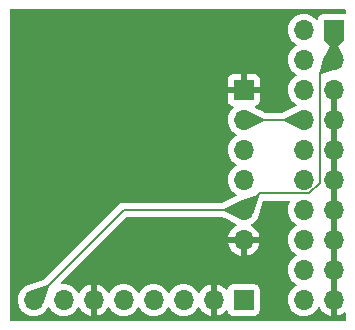
<source format=gbl>
G04 #@! TF.GenerationSoftware,KiCad,Pcbnew,8.0.4*
G04 #@! TF.CreationDate,2024-08-09T15:13:23+02:00*
G04 #@! TF.ProjectId,acorn-userport-microsd-adapter,61636f72-6e2d-4757-9365-72706f72742d,rev?*
G04 #@! TF.SameCoordinates,Original*
G04 #@! TF.FileFunction,Copper,L2,Bot*
G04 #@! TF.FilePolarity,Positive*
%FSLAX46Y46*%
G04 Gerber Fmt 4.6, Leading zero omitted, Abs format (unit mm)*
G04 Created by KiCad (PCBNEW 8.0.4) date 2024-08-09 15:13:23*
%MOMM*%
%LPD*%
G01*
G04 APERTURE LIST*
G04 #@! TA.AperFunction,ComponentPad*
%ADD10R,1.700000X1.700000*%
G04 #@! TD*
G04 #@! TA.AperFunction,ComponentPad*
%ADD11O,1.700000X1.700000*%
G04 #@! TD*
G04 #@! TA.AperFunction,Conductor*
%ADD12C,0.200000*%
G04 #@! TD*
G04 APERTURE END LIST*
D10*
X152400000Y-50800000D03*
D11*
X149860000Y-50800000D03*
X152400000Y-53340000D03*
X149860000Y-53340000D03*
X152400000Y-55880000D03*
X149860000Y-55880000D03*
X152400000Y-58420000D03*
X149860000Y-58420000D03*
X152400000Y-60960000D03*
X149860000Y-60960000D03*
X152400000Y-63500000D03*
X149860000Y-63500000D03*
X152400000Y-66040000D03*
X149860000Y-66040000D03*
X152400000Y-68580000D03*
X149860000Y-68580000D03*
X152400000Y-71120000D03*
X149860000Y-71120000D03*
X152400000Y-73660000D03*
X149860000Y-73660000D03*
D10*
X144780000Y-55880000D03*
D11*
X144780000Y-58420000D03*
X144780000Y-60960000D03*
X144780000Y-63500000D03*
X144780000Y-66040000D03*
X144780000Y-68580000D03*
D10*
X144765000Y-73660000D03*
D11*
X142225000Y-73660000D03*
X139685000Y-73660000D03*
X137145000Y-73660000D03*
X134605000Y-73660000D03*
X132065000Y-73660000D03*
X129525000Y-73660000D03*
X126985000Y-73660000D03*
D12*
X144780000Y-58420000D02*
X149860000Y-58420000D01*
X146170000Y-64650000D02*
X144780000Y-66040000D01*
X150336346Y-64650000D02*
X146170000Y-64650000D01*
X151250000Y-54490000D02*
X151250000Y-63736346D01*
X151250000Y-63736346D02*
X150336346Y-64650000D01*
X152400000Y-53340000D02*
X151250000Y-54490000D01*
X152400000Y-50800000D02*
X152400000Y-53340000D01*
X134605000Y-66040000D02*
X144780000Y-66040000D01*
X126985000Y-73660000D02*
X134605000Y-66040000D01*
G04 #@! TA.AperFunction,Conductor*
G36*
X153382691Y-49033407D02*
G01*
X153418655Y-49082907D01*
X153423500Y-49113500D01*
X153423500Y-49352792D01*
X153404593Y-49410983D01*
X153355093Y-49446947D01*
X153313919Y-49451225D01*
X153306307Y-49450406D01*
X153297873Y-49449500D01*
X153297871Y-49449500D01*
X151502133Y-49449500D01*
X151502129Y-49449500D01*
X151502128Y-49449501D01*
X151494949Y-49450272D01*
X151442519Y-49455908D01*
X151442514Y-49455909D01*
X151307670Y-49506202D01*
X151192458Y-49592450D01*
X151192450Y-49592458D01*
X151106202Y-49707670D01*
X151055910Y-49842511D01*
X151055906Y-49842528D01*
X151054389Y-49856641D01*
X151029367Y-49912476D01*
X150976305Y-49942940D01*
X150915471Y-49936397D01*
X150885956Y-49916060D01*
X150731401Y-49761505D01*
X150731397Y-49761502D01*
X150731396Y-49761501D01*
X150624007Y-49686307D01*
X150537830Y-49625965D01*
X150323663Y-49526097D01*
X150095408Y-49464937D01*
X150095407Y-49464936D01*
X150095400Y-49464935D01*
X149860004Y-49444341D01*
X149859996Y-49444341D01*
X149624599Y-49464935D01*
X149396332Y-49526098D01*
X149182181Y-49625959D01*
X149182173Y-49625963D01*
X148988603Y-49761501D01*
X148821501Y-49928603D01*
X148685963Y-50122173D01*
X148685959Y-50122181D01*
X148586098Y-50336332D01*
X148524935Y-50564599D01*
X148504341Y-50799995D01*
X148504341Y-50800004D01*
X148524935Y-51035400D01*
X148586097Y-51263662D01*
X148685964Y-51477828D01*
X148817536Y-51665734D01*
X148821505Y-51671401D01*
X148988599Y-51838495D01*
X149182170Y-51974035D01*
X149195552Y-51980275D01*
X149240300Y-52022003D01*
X149251975Y-52082064D01*
X149226117Y-52137517D01*
X149195554Y-52159724D01*
X149182173Y-52165963D01*
X148988603Y-52301501D01*
X148821501Y-52468603D01*
X148685963Y-52662173D01*
X148685959Y-52662181D01*
X148586098Y-52876332D01*
X148524935Y-53104599D01*
X148504341Y-53339995D01*
X148504341Y-53340004D01*
X148524935Y-53575400D01*
X148524936Y-53575407D01*
X148524937Y-53575408D01*
X148586097Y-53803663D01*
X148685965Y-54017830D01*
X148821505Y-54211401D01*
X148988599Y-54378495D01*
X148988602Y-54378497D01*
X148988603Y-54378498D01*
X148995184Y-54383106D01*
X149182170Y-54514035D01*
X149195552Y-54520275D01*
X149240300Y-54562003D01*
X149251975Y-54622064D01*
X149226117Y-54677517D01*
X149195554Y-54699724D01*
X149182173Y-54705963D01*
X148988603Y-54841501D01*
X148821501Y-55008603D01*
X148685963Y-55202173D01*
X148685959Y-55202181D01*
X148586098Y-55416332D01*
X148524935Y-55644599D01*
X148504341Y-55879995D01*
X148504341Y-55880004D01*
X148524935Y-56115400D01*
X148524936Y-56115407D01*
X148524937Y-56115408D01*
X148586097Y-56343663D01*
X148685965Y-56557830D01*
X148821505Y-56751401D01*
X148988599Y-56918495D01*
X148988602Y-56918497D01*
X148988603Y-56918498D01*
X149031468Y-56948512D01*
X149182170Y-57054035D01*
X149194707Y-57059881D01*
X149239455Y-57101609D01*
X149251130Y-57161671D01*
X149225272Y-57217124D01*
X149197036Y-57238207D01*
X148051817Y-57809101D01*
X148007649Y-57819500D01*
X146632349Y-57819500D01*
X146588181Y-57809101D01*
X146453938Y-57742181D01*
X145756208Y-57394362D01*
X145712565Y-57351480D01*
X145702462Y-57291134D01*
X145729760Y-57236376D01*
X145765780Y-57213002D01*
X145872092Y-57173351D01*
X145987184Y-57087192D01*
X145987192Y-57087184D01*
X146073352Y-56972090D01*
X146073353Y-56972088D01*
X146123596Y-56837381D01*
X146123598Y-56837370D01*
X146130000Y-56777824D01*
X146130000Y-56130001D01*
X146129999Y-56130000D01*
X145213012Y-56130000D01*
X145245925Y-56072993D01*
X145280000Y-55945826D01*
X145280000Y-55814174D01*
X145245925Y-55687007D01*
X145213012Y-55630000D01*
X146129999Y-55630000D01*
X146130000Y-55629999D01*
X146130000Y-54982175D01*
X146123598Y-54922629D01*
X146123596Y-54922618D01*
X146073353Y-54787911D01*
X146073352Y-54787909D01*
X145987192Y-54672815D01*
X145987184Y-54672807D01*
X145872090Y-54586647D01*
X145872088Y-54586646D01*
X145737381Y-54536403D01*
X145737370Y-54536401D01*
X145677824Y-54530000D01*
X145030001Y-54530000D01*
X145030000Y-54530001D01*
X145030000Y-55446988D01*
X144972993Y-55414075D01*
X144845826Y-55380000D01*
X144714174Y-55380000D01*
X144587007Y-55414075D01*
X144530000Y-55446988D01*
X144530000Y-54530001D01*
X144529999Y-54530000D01*
X143882176Y-54530000D01*
X143822629Y-54536401D01*
X143822618Y-54536403D01*
X143687911Y-54586646D01*
X143687909Y-54586647D01*
X143572815Y-54672807D01*
X143572807Y-54672815D01*
X143486647Y-54787909D01*
X143486646Y-54787911D01*
X143436403Y-54922618D01*
X143436401Y-54922629D01*
X143430000Y-54982175D01*
X143430000Y-55629999D01*
X143430001Y-55630000D01*
X144346988Y-55630000D01*
X144314075Y-55687007D01*
X144280000Y-55814174D01*
X144280000Y-55945826D01*
X144314075Y-56072993D01*
X144346988Y-56130000D01*
X143430001Y-56130000D01*
X143430000Y-56130001D01*
X143430000Y-56777824D01*
X143429999Y-56777824D01*
X143436401Y-56837370D01*
X143436403Y-56837381D01*
X143486646Y-56972088D01*
X143486647Y-56972090D01*
X143572807Y-57087184D01*
X143572815Y-57087192D01*
X143687909Y-57173352D01*
X143687911Y-57173353D01*
X143822618Y-57223596D01*
X143822630Y-57223598D01*
X143837090Y-57225153D01*
X143892927Y-57250171D01*
X143923395Y-57303231D01*
X143916856Y-57364066D01*
X143896514Y-57393589D01*
X143741505Y-57548598D01*
X143741502Y-57548602D01*
X143605963Y-57742173D01*
X143605959Y-57742181D01*
X143506098Y-57956332D01*
X143444935Y-58184599D01*
X143424341Y-58419995D01*
X143424341Y-58420004D01*
X143444935Y-58655400D01*
X143444936Y-58655407D01*
X143444937Y-58655408D01*
X143506097Y-58883663D01*
X143605965Y-59097830D01*
X143741505Y-59291401D01*
X143908599Y-59458495D01*
X143908602Y-59458497D01*
X143908603Y-59458498D01*
X143951468Y-59488512D01*
X144102170Y-59594035D01*
X144115552Y-59600275D01*
X144160300Y-59642003D01*
X144171975Y-59702064D01*
X144146117Y-59757517D01*
X144115554Y-59779724D01*
X144102173Y-59785963D01*
X143908603Y-59921501D01*
X143741501Y-60088603D01*
X143605963Y-60282173D01*
X143605959Y-60282181D01*
X143506098Y-60496332D01*
X143444935Y-60724599D01*
X143424341Y-60959995D01*
X143424341Y-60960004D01*
X143444935Y-61195400D01*
X143444936Y-61195407D01*
X143444937Y-61195408D01*
X143506097Y-61423663D01*
X143605965Y-61637830D01*
X143741505Y-61831401D01*
X143908599Y-61998495D01*
X143908602Y-61998497D01*
X143908603Y-61998498D01*
X143951468Y-62028512D01*
X144102170Y-62134035D01*
X144115552Y-62140275D01*
X144160300Y-62182003D01*
X144171975Y-62242064D01*
X144146117Y-62297517D01*
X144115554Y-62319724D01*
X144102173Y-62325963D01*
X143908603Y-62461501D01*
X143741501Y-62628603D01*
X143605963Y-62822173D01*
X143605959Y-62822181D01*
X143506098Y-63036332D01*
X143444935Y-63264599D01*
X143424341Y-63499995D01*
X143424341Y-63500004D01*
X143444935Y-63735400D01*
X143444936Y-63735407D01*
X143444937Y-63735408D01*
X143506097Y-63963663D01*
X143605965Y-64177830D01*
X143741505Y-64371401D01*
X143908599Y-64538495D01*
X143908602Y-64538497D01*
X143908603Y-64538498D01*
X143951468Y-64568512D01*
X144102170Y-64674035D01*
X144114707Y-64679881D01*
X144159455Y-64721609D01*
X144171130Y-64781671D01*
X144145272Y-64837124D01*
X144117036Y-64858207D01*
X143293184Y-65268899D01*
X143016738Y-65406708D01*
X142971817Y-65429101D01*
X142927649Y-65439500D01*
X134525942Y-65439500D01*
X134485018Y-65450465D01*
X134485017Y-65450464D01*
X134373219Y-65480421D01*
X134373218Y-65480421D01*
X134236281Y-65559482D01*
X134124479Y-65671283D01*
X134124480Y-65671284D01*
X134124478Y-65671286D01*
X127870190Y-71925573D01*
X127831605Y-71949451D01*
X126552065Y-72377671D01*
X126546271Y-72379415D01*
X126521341Y-72386095D01*
X126521336Y-72386097D01*
X126510799Y-72391010D01*
X126502062Y-72394587D01*
X126494122Y-72397403D01*
X126493453Y-72397654D01*
X126493437Y-72397660D01*
X126493428Y-72397664D01*
X126493417Y-72397668D01*
X126493417Y-72397669D01*
X126429081Y-72427069D01*
X126424548Y-72429757D01*
X126424502Y-72429679D01*
X126412555Y-72436822D01*
X126386949Y-72448762D01*
X126307171Y-72485965D01*
X126307168Y-72485966D01*
X126307166Y-72485968D01*
X126113603Y-72621501D01*
X125946501Y-72788603D01*
X125810963Y-72982173D01*
X125810959Y-72982181D01*
X125711098Y-73196332D01*
X125649935Y-73424599D01*
X125629341Y-73659995D01*
X125629341Y-73660004D01*
X125649935Y-73895400D01*
X125649936Y-73895407D01*
X125649937Y-73895408D01*
X125711097Y-74123663D01*
X125790194Y-74293286D01*
X125810964Y-74337828D01*
X125935387Y-74515524D01*
X125946505Y-74531401D01*
X126113599Y-74698495D01*
X126113602Y-74698497D01*
X126113603Y-74698498D01*
X126156468Y-74728512D01*
X126307170Y-74834035D01*
X126521337Y-74933903D01*
X126749592Y-74995063D01*
X126749596Y-74995063D01*
X126749599Y-74995064D01*
X126984996Y-75015659D01*
X126985000Y-75015659D01*
X126985004Y-75015659D01*
X127220400Y-74995064D01*
X127220401Y-74995063D01*
X127220408Y-74995063D01*
X127448663Y-74933903D01*
X127662830Y-74834035D01*
X127856401Y-74698495D01*
X128023495Y-74531401D01*
X128159035Y-74337830D01*
X128165275Y-74324447D01*
X128207003Y-74279700D01*
X128267064Y-74268025D01*
X128322517Y-74293883D01*
X128344725Y-74324448D01*
X128350964Y-74337828D01*
X128475387Y-74515524D01*
X128486505Y-74531401D01*
X128653599Y-74698495D01*
X128653602Y-74698497D01*
X128653603Y-74698498D01*
X128696468Y-74728512D01*
X128847170Y-74834035D01*
X129061337Y-74933903D01*
X129289592Y-74995063D01*
X129289596Y-74995063D01*
X129289599Y-74995064D01*
X129524996Y-75015659D01*
X129525000Y-75015659D01*
X129525004Y-75015659D01*
X129760400Y-74995064D01*
X129760401Y-74995063D01*
X129760408Y-74995063D01*
X129988663Y-74933903D01*
X130202830Y-74834035D01*
X130396401Y-74698495D01*
X130563495Y-74531401D01*
X130699035Y-74337830D01*
X130705275Y-74324448D01*
X130705551Y-74323857D01*
X130747279Y-74279108D01*
X130807340Y-74267433D01*
X130862793Y-74293290D01*
X130885001Y-74323856D01*
X130891399Y-74337577D01*
X131026886Y-74531073D01*
X131193926Y-74698113D01*
X131387422Y-74833600D01*
X131601509Y-74933430D01*
X131815000Y-74990634D01*
X131815000Y-74093012D01*
X131872007Y-74125925D01*
X131999174Y-74160000D01*
X132130826Y-74160000D01*
X132257993Y-74125925D01*
X132315000Y-74093012D01*
X132315000Y-74990634D01*
X132528490Y-74933430D01*
X132742577Y-74833600D01*
X132936073Y-74698113D01*
X133103113Y-74531073D01*
X133238599Y-74337579D01*
X133238600Y-74337577D01*
X133244996Y-74323860D01*
X133286722Y-74279109D01*
X133346783Y-74267431D01*
X133402237Y-74293286D01*
X133424447Y-74323853D01*
X133430963Y-74337827D01*
X133555387Y-74515524D01*
X133566505Y-74531401D01*
X133733599Y-74698495D01*
X133733602Y-74698497D01*
X133733603Y-74698498D01*
X133776468Y-74728512D01*
X133927170Y-74834035D01*
X134141337Y-74933903D01*
X134369592Y-74995063D01*
X134369596Y-74995063D01*
X134369599Y-74995064D01*
X134604996Y-75015659D01*
X134605000Y-75015659D01*
X134605004Y-75015659D01*
X134840400Y-74995064D01*
X134840401Y-74995063D01*
X134840408Y-74995063D01*
X135068663Y-74933903D01*
X135282830Y-74834035D01*
X135476401Y-74698495D01*
X135643495Y-74531401D01*
X135779035Y-74337830D01*
X135785275Y-74324447D01*
X135827003Y-74279700D01*
X135887064Y-74268025D01*
X135942517Y-74293883D01*
X135964725Y-74324448D01*
X135970964Y-74337828D01*
X136095387Y-74515524D01*
X136106505Y-74531401D01*
X136273599Y-74698495D01*
X136273602Y-74698497D01*
X136273603Y-74698498D01*
X136316468Y-74728512D01*
X136467170Y-74834035D01*
X136681337Y-74933903D01*
X136909592Y-74995063D01*
X136909596Y-74995063D01*
X136909599Y-74995064D01*
X137144996Y-75015659D01*
X137145000Y-75015659D01*
X137145004Y-75015659D01*
X137380400Y-74995064D01*
X137380401Y-74995063D01*
X137380408Y-74995063D01*
X137608663Y-74933903D01*
X137822830Y-74834035D01*
X138016401Y-74698495D01*
X138183495Y-74531401D01*
X138319035Y-74337830D01*
X138325275Y-74324447D01*
X138367003Y-74279700D01*
X138427064Y-74268025D01*
X138482517Y-74293883D01*
X138504725Y-74324448D01*
X138510964Y-74337828D01*
X138635387Y-74515524D01*
X138646505Y-74531401D01*
X138813599Y-74698495D01*
X138813602Y-74698497D01*
X138813603Y-74698498D01*
X138856468Y-74728512D01*
X139007170Y-74834035D01*
X139221337Y-74933903D01*
X139449592Y-74995063D01*
X139449596Y-74995063D01*
X139449599Y-74995064D01*
X139684996Y-75015659D01*
X139685000Y-75015659D01*
X139685004Y-75015659D01*
X139920400Y-74995064D01*
X139920401Y-74995063D01*
X139920408Y-74995063D01*
X140148663Y-74933903D01*
X140362830Y-74834035D01*
X140556401Y-74698495D01*
X140723495Y-74531401D01*
X140859035Y-74337830D01*
X140865275Y-74324448D01*
X140865551Y-74323857D01*
X140907279Y-74279108D01*
X140967340Y-74267433D01*
X141022793Y-74293290D01*
X141045001Y-74323856D01*
X141051399Y-74337577D01*
X141186886Y-74531073D01*
X141353926Y-74698113D01*
X141547422Y-74833600D01*
X141761509Y-74933430D01*
X141975000Y-74990634D01*
X141975000Y-74093012D01*
X142032007Y-74125925D01*
X142159174Y-74160000D01*
X142290826Y-74160000D01*
X142417993Y-74125925D01*
X142475000Y-74093012D01*
X142475000Y-74990634D01*
X142688490Y-74933430D01*
X142902577Y-74833600D01*
X143096074Y-74698112D01*
X143096077Y-74698109D01*
X143250885Y-74543302D01*
X143305402Y-74515524D01*
X143365834Y-74525095D01*
X143409099Y-74568360D01*
X143419322Y-74602722D01*
X143420908Y-74617481D01*
X143420909Y-74617485D01*
X143471202Y-74752329D01*
X143557450Y-74867541D01*
X143557454Y-74867546D01*
X143557457Y-74867548D01*
X143557458Y-74867549D01*
X143672670Y-74953797D01*
X143807511Y-75004089D01*
X143807512Y-75004089D01*
X143807517Y-75004091D01*
X143867127Y-75010500D01*
X145662872Y-75010499D01*
X145722483Y-75004091D01*
X145789907Y-74978943D01*
X145857329Y-74953797D01*
X145857329Y-74953796D01*
X145857331Y-74953796D01*
X145972546Y-74867546D01*
X146058796Y-74752331D01*
X146079020Y-74698109D01*
X146109089Y-74617488D01*
X146109090Y-74617485D01*
X146109091Y-74617483D01*
X146115500Y-74557873D01*
X146115499Y-72762128D01*
X146109091Y-72702517D01*
X146109089Y-72702511D01*
X146058797Y-72567670D01*
X145972549Y-72452458D01*
X145972548Y-72452457D01*
X145972546Y-72452454D01*
X145953234Y-72437997D01*
X145857329Y-72366202D01*
X145722488Y-72315910D01*
X145722483Y-72315909D01*
X145722481Y-72315908D01*
X145722477Y-72315908D01*
X145691249Y-72312550D01*
X145662873Y-72309500D01*
X145662870Y-72309500D01*
X143867133Y-72309500D01*
X143867129Y-72309500D01*
X143867128Y-72309501D01*
X143859949Y-72310272D01*
X143807519Y-72315908D01*
X143807514Y-72315909D01*
X143672670Y-72366202D01*
X143557458Y-72452450D01*
X143557450Y-72452458D01*
X143471202Y-72567670D01*
X143420910Y-72702511D01*
X143420908Y-72702522D01*
X143419322Y-72717277D01*
X143394302Y-72773113D01*
X143341241Y-72803580D01*
X143280406Y-72797039D01*
X143250885Y-72776698D01*
X143096073Y-72621886D01*
X142902577Y-72486399D01*
X142688489Y-72386569D01*
X142475000Y-72329364D01*
X142475000Y-73226988D01*
X142417993Y-73194075D01*
X142290826Y-73160000D01*
X142159174Y-73160000D01*
X142032007Y-73194075D01*
X141975000Y-73226988D01*
X141975000Y-72329364D01*
X141761505Y-72386570D01*
X141547432Y-72486394D01*
X141547424Y-72486398D01*
X141353926Y-72621886D01*
X141186886Y-72788926D01*
X141051398Y-72982424D01*
X141045000Y-72996146D01*
X141003271Y-73040893D01*
X140943209Y-73052567D01*
X140887757Y-73026708D01*
X140865552Y-72996145D01*
X140859038Y-72982177D01*
X140859036Y-72982173D01*
X140723498Y-72788603D01*
X140723497Y-72788602D01*
X140723495Y-72788599D01*
X140556401Y-72621505D01*
X140556397Y-72621502D01*
X140556396Y-72621501D01*
X140449007Y-72546307D01*
X140362830Y-72485965D01*
X140148663Y-72386097D01*
X139920408Y-72324937D01*
X139920407Y-72324936D01*
X139920400Y-72324935D01*
X139685004Y-72304341D01*
X139684996Y-72304341D01*
X139449599Y-72324935D01*
X139221332Y-72386098D01*
X139007181Y-72485959D01*
X139007173Y-72485963D01*
X138813603Y-72621501D01*
X138646501Y-72788603D01*
X138510963Y-72982173D01*
X138504724Y-72995554D01*
X138462995Y-73040301D01*
X138402933Y-73051975D01*
X138347481Y-73026116D01*
X138325276Y-72995554D01*
X138319036Y-72982173D01*
X138183498Y-72788603D01*
X138183497Y-72788602D01*
X138183495Y-72788599D01*
X138016401Y-72621505D01*
X138016397Y-72621502D01*
X138016396Y-72621501D01*
X137909007Y-72546307D01*
X137822830Y-72485965D01*
X137608663Y-72386097D01*
X137380408Y-72324937D01*
X137380407Y-72324936D01*
X137380400Y-72324935D01*
X137145004Y-72304341D01*
X137144996Y-72304341D01*
X136909599Y-72324935D01*
X136681332Y-72386098D01*
X136467181Y-72485959D01*
X136467173Y-72485963D01*
X136273603Y-72621501D01*
X136106501Y-72788603D01*
X135970963Y-72982173D01*
X135964724Y-72995554D01*
X135922995Y-73040301D01*
X135862933Y-73051975D01*
X135807481Y-73026116D01*
X135785276Y-72995554D01*
X135779036Y-72982173D01*
X135643498Y-72788603D01*
X135643497Y-72788602D01*
X135643495Y-72788599D01*
X135476401Y-72621505D01*
X135476397Y-72621502D01*
X135476396Y-72621501D01*
X135369007Y-72546307D01*
X135282830Y-72485965D01*
X135068663Y-72386097D01*
X134840408Y-72324937D01*
X134840407Y-72324936D01*
X134840400Y-72324935D01*
X134605004Y-72304341D01*
X134604996Y-72304341D01*
X134369599Y-72324935D01*
X134141332Y-72386098D01*
X133927181Y-72485959D01*
X133927173Y-72485963D01*
X133733603Y-72621501D01*
X133566501Y-72788603D01*
X133430963Y-72982173D01*
X133430962Y-72982176D01*
X133424445Y-72996150D01*
X133382714Y-73040895D01*
X133322652Y-73052566D01*
X133267201Y-73026705D01*
X133244997Y-72996141D01*
X133238601Y-72982425D01*
X133238601Y-72982424D01*
X133103113Y-72788926D01*
X132936073Y-72621886D01*
X132742577Y-72486399D01*
X132528489Y-72386569D01*
X132315000Y-72329364D01*
X132315000Y-73226988D01*
X132257993Y-73194075D01*
X132130826Y-73160000D01*
X131999174Y-73160000D01*
X131872007Y-73194075D01*
X131815000Y-73226988D01*
X131815000Y-72329364D01*
X131601505Y-72386570D01*
X131387432Y-72486394D01*
X131387424Y-72486398D01*
X131193926Y-72621886D01*
X131026886Y-72788926D01*
X130891398Y-72982424D01*
X130885000Y-72996146D01*
X130843271Y-73040893D01*
X130783209Y-73052567D01*
X130727757Y-73026708D01*
X130705552Y-72996145D01*
X130699038Y-72982177D01*
X130699036Y-72982173D01*
X130563498Y-72788603D01*
X130563497Y-72788602D01*
X130563495Y-72788599D01*
X130396401Y-72621505D01*
X130396397Y-72621502D01*
X130396396Y-72621501D01*
X130289007Y-72546307D01*
X130202830Y-72485965D01*
X129988663Y-72386097D01*
X129760408Y-72324937D01*
X129760407Y-72324936D01*
X129760400Y-72324935D01*
X129525004Y-72304341D01*
X129524996Y-72304341D01*
X129428729Y-72312763D01*
X129369112Y-72298999D01*
X129328971Y-72252822D01*
X129323638Y-72191870D01*
X129350095Y-72144138D01*
X134824739Y-66669496D01*
X134879256Y-66641719D01*
X134894743Y-66640500D01*
X142927651Y-66640500D01*
X142971818Y-66650898D01*
X143323759Y-66826341D01*
X144117610Y-67222077D01*
X144161253Y-67264959D01*
X144171356Y-67325305D01*
X144144058Y-67380063D01*
X144115285Y-67400401D01*
X144102425Y-67406397D01*
X144102424Y-67406398D01*
X143908926Y-67541886D01*
X143741886Y-67708926D01*
X143606398Y-67902424D01*
X143606394Y-67902432D01*
X143506570Y-68116505D01*
X143449364Y-68330000D01*
X144346988Y-68330000D01*
X144314075Y-68387007D01*
X144280000Y-68514174D01*
X144280000Y-68645826D01*
X144314075Y-68772993D01*
X144346988Y-68830000D01*
X143449364Y-68830000D01*
X143506569Y-69043489D01*
X143606399Y-69257577D01*
X143741886Y-69451073D01*
X143908926Y-69618113D01*
X144102422Y-69753600D01*
X144316509Y-69853430D01*
X144530000Y-69910634D01*
X144530000Y-69013012D01*
X144587007Y-69045925D01*
X144714174Y-69080000D01*
X144845826Y-69080000D01*
X144972993Y-69045925D01*
X145030000Y-69013012D01*
X145030000Y-69910633D01*
X145243490Y-69853430D01*
X145457577Y-69753600D01*
X145651073Y-69618113D01*
X145818113Y-69451073D01*
X145953600Y-69257577D01*
X146053430Y-69043489D01*
X146110636Y-68830000D01*
X145213012Y-68830000D01*
X145245925Y-68772993D01*
X145280000Y-68645826D01*
X145280000Y-68514174D01*
X145245925Y-68387007D01*
X145213012Y-68330000D01*
X146110636Y-68330000D01*
X146053429Y-68116505D01*
X145953605Y-67902432D01*
X145953601Y-67902424D01*
X145818113Y-67708926D01*
X145651073Y-67541886D01*
X145457577Y-67406399D01*
X145443856Y-67400001D01*
X145399108Y-67358273D01*
X145387433Y-67298212D01*
X145413291Y-67242759D01*
X145443857Y-67220551D01*
X145450053Y-67217661D01*
X145457830Y-67214035D01*
X145651401Y-67078495D01*
X145818495Y-66911401D01*
X145954035Y-66717830D01*
X146053903Y-66503663D01*
X146060590Y-66478700D01*
X146062330Y-66472920D01*
X146363146Y-65574075D01*
X146448819Y-65318081D01*
X146485217Y-65268899D01*
X146542701Y-65250500D01*
X148582639Y-65250500D01*
X148640830Y-65269407D01*
X148676794Y-65318907D01*
X148676794Y-65380093D01*
X148672363Y-65391339D01*
X148586098Y-65576332D01*
X148524935Y-65804599D01*
X148504341Y-66039995D01*
X148504341Y-66040004D01*
X148524935Y-66275400D01*
X148524936Y-66275407D01*
X148524937Y-66275408D01*
X148586097Y-66503663D01*
X148685965Y-66717830D01*
X148821505Y-66911401D01*
X148988599Y-67078495D01*
X148988602Y-67078497D01*
X148988603Y-67078498D01*
X149031468Y-67108512D01*
X149182170Y-67214035D01*
X149195552Y-67220275D01*
X149240300Y-67262003D01*
X149251975Y-67322064D01*
X149226117Y-67377517D01*
X149195554Y-67399724D01*
X149182173Y-67405963D01*
X148988603Y-67541501D01*
X148821501Y-67708603D01*
X148685963Y-67902173D01*
X148685959Y-67902181D01*
X148586098Y-68116332D01*
X148524935Y-68344599D01*
X148504341Y-68579995D01*
X148504341Y-68580004D01*
X148524935Y-68815400D01*
X148524936Y-68815407D01*
X148524937Y-68815408D01*
X148586097Y-69043663D01*
X148685965Y-69257830D01*
X148821505Y-69451401D01*
X148988599Y-69618495D01*
X148988602Y-69618497D01*
X148988603Y-69618498D01*
X149031468Y-69648512D01*
X149182170Y-69754035D01*
X149195552Y-69760275D01*
X149240300Y-69802003D01*
X149251975Y-69862064D01*
X149226117Y-69917517D01*
X149195554Y-69939724D01*
X149182173Y-69945963D01*
X148988603Y-70081501D01*
X148821501Y-70248603D01*
X148685963Y-70442173D01*
X148685959Y-70442181D01*
X148586098Y-70656332D01*
X148524935Y-70884599D01*
X148504341Y-71119995D01*
X148504341Y-71120004D01*
X148524935Y-71355400D01*
X148524936Y-71355407D01*
X148524937Y-71355408D01*
X148586097Y-71583663D01*
X148685965Y-71797830D01*
X148821505Y-71991401D01*
X148988599Y-72158495D01*
X148988602Y-72158497D01*
X148988603Y-72158498D01*
X149031468Y-72188512D01*
X149182170Y-72294035D01*
X149195552Y-72300275D01*
X149240300Y-72342003D01*
X149251975Y-72402064D01*
X149226117Y-72457517D01*
X149195554Y-72479724D01*
X149182173Y-72485963D01*
X148988603Y-72621501D01*
X148821501Y-72788603D01*
X148685963Y-72982173D01*
X148685959Y-72982181D01*
X148586098Y-73196332D01*
X148524935Y-73424599D01*
X148504341Y-73659995D01*
X148504341Y-73660004D01*
X148524935Y-73895400D01*
X148524936Y-73895407D01*
X148524937Y-73895408D01*
X148586097Y-74123663D01*
X148665194Y-74293286D01*
X148685964Y-74337828D01*
X148810387Y-74515524D01*
X148821505Y-74531401D01*
X148988599Y-74698495D01*
X148988602Y-74698497D01*
X148988603Y-74698498D01*
X149031468Y-74728512D01*
X149182170Y-74834035D01*
X149396337Y-74933903D01*
X149624592Y-74995063D01*
X149624596Y-74995063D01*
X149624599Y-74995064D01*
X149859996Y-75015659D01*
X149860000Y-75015659D01*
X149860004Y-75015659D01*
X150095400Y-74995064D01*
X150095401Y-74995063D01*
X150095408Y-74995063D01*
X150323663Y-74933903D01*
X150537830Y-74834035D01*
X150731401Y-74698495D01*
X150898495Y-74531401D01*
X151034035Y-74337830D01*
X151040275Y-74324448D01*
X151040551Y-74323857D01*
X151082279Y-74279108D01*
X151142340Y-74267433D01*
X151197793Y-74293290D01*
X151220001Y-74323856D01*
X151226399Y-74337577D01*
X151361886Y-74531073D01*
X151528926Y-74698113D01*
X151722422Y-74833600D01*
X151936509Y-74933430D01*
X152150000Y-74990634D01*
X152150000Y-74093012D01*
X152207007Y-74125925D01*
X152334174Y-74160000D01*
X152465826Y-74160000D01*
X152592993Y-74125925D01*
X152650000Y-74093012D01*
X152650000Y-74990634D01*
X152863490Y-74933430D01*
X153077577Y-74833600D01*
X153267716Y-74700464D01*
X153326228Y-74682575D01*
X153384080Y-74702495D01*
X153419174Y-74752615D01*
X153423500Y-74781560D01*
X153423500Y-75346500D01*
X153404593Y-75404691D01*
X153355093Y-75440655D01*
X153324500Y-75445500D01*
X125059500Y-75445500D01*
X125001309Y-75426593D01*
X124965345Y-75377093D01*
X124960500Y-75346500D01*
X124960500Y-49113500D01*
X124979407Y-49055309D01*
X125028907Y-49019345D01*
X125059500Y-49014500D01*
X153324500Y-49014500D01*
X153382691Y-49033407D01*
G37*
G04 #@! TD.AperFunction*
G04 #@! TA.AperFunction,Conductor*
G36*
X152650000Y-73226988D02*
G01*
X152592993Y-73194075D01*
X152465826Y-73160000D01*
X152334174Y-73160000D01*
X152207007Y-73194075D01*
X152150000Y-73226988D01*
X152150000Y-71553012D01*
X152207007Y-71585925D01*
X152334174Y-71620000D01*
X152465826Y-71620000D01*
X152592993Y-71585925D01*
X152650000Y-71553012D01*
X152650000Y-73226988D01*
G37*
G04 #@! TD.AperFunction*
G04 #@! TA.AperFunction,Conductor*
G36*
X152650000Y-70686988D02*
G01*
X152592993Y-70654075D01*
X152465826Y-70620000D01*
X152334174Y-70620000D01*
X152207007Y-70654075D01*
X152150000Y-70686988D01*
X152150000Y-69013012D01*
X152207007Y-69045925D01*
X152334174Y-69080000D01*
X152465826Y-69080000D01*
X152592993Y-69045925D01*
X152650000Y-69013012D01*
X152650000Y-70686988D01*
G37*
G04 #@! TD.AperFunction*
G04 #@! TA.AperFunction,Conductor*
G36*
X152650000Y-68146988D02*
G01*
X152592993Y-68114075D01*
X152465826Y-68080000D01*
X152334174Y-68080000D01*
X152207007Y-68114075D01*
X152150000Y-68146988D01*
X152150000Y-66473012D01*
X152207007Y-66505925D01*
X152334174Y-66540000D01*
X152465826Y-66540000D01*
X152592993Y-66505925D01*
X152650000Y-66473012D01*
X152650000Y-68146988D01*
G37*
G04 #@! TD.AperFunction*
G04 #@! TA.AperFunction,Conductor*
G36*
X152650000Y-65606988D02*
G01*
X152592993Y-65574075D01*
X152465826Y-65540000D01*
X152334174Y-65540000D01*
X152207007Y-65574075D01*
X152150000Y-65606988D01*
X152150000Y-63933012D01*
X152207007Y-63965925D01*
X152334174Y-64000000D01*
X152465826Y-64000000D01*
X152592993Y-63965925D01*
X152650000Y-63933012D01*
X152650000Y-65606988D01*
G37*
G04 #@! TD.AperFunction*
G04 #@! TA.AperFunction,Conductor*
G36*
X152650000Y-63066988D02*
G01*
X152592993Y-63034075D01*
X152465826Y-63000000D01*
X152334174Y-63000000D01*
X152207007Y-63034075D01*
X152150000Y-63066988D01*
X152150000Y-61393012D01*
X152207007Y-61425925D01*
X152334174Y-61460000D01*
X152465826Y-61460000D01*
X152592993Y-61425925D01*
X152650000Y-61393012D01*
X152650000Y-63066988D01*
G37*
G04 #@! TD.AperFunction*
G04 #@! TA.AperFunction,Conductor*
G36*
X152650000Y-60526988D02*
G01*
X152592993Y-60494075D01*
X152465826Y-60460000D01*
X152334174Y-60460000D01*
X152207007Y-60494075D01*
X152150000Y-60526988D01*
X152150000Y-58853012D01*
X152207007Y-58885925D01*
X152334174Y-58920000D01*
X152465826Y-58920000D01*
X152592993Y-58885925D01*
X152650000Y-58853012D01*
X152650000Y-60526988D01*
G37*
G04 #@! TD.AperFunction*
G04 #@! TA.AperFunction,Conductor*
G36*
X152650000Y-57986988D02*
G01*
X152592993Y-57954075D01*
X152465826Y-57920000D01*
X152334174Y-57920000D01*
X152207007Y-57954075D01*
X152150000Y-57986988D01*
X152150000Y-56313012D01*
X152207007Y-56345925D01*
X152334174Y-56380000D01*
X152465826Y-56380000D01*
X152592993Y-56345925D01*
X152650000Y-56313012D01*
X152650000Y-57986988D01*
G37*
G04 #@! TD.AperFunction*
G04 #@! TA.AperFunction,Conductor*
G36*
X149539193Y-57645544D02*
G01*
X149539527Y-57646275D01*
X149859134Y-58415511D01*
X149859143Y-58424466D01*
X149859134Y-58424489D01*
X149539527Y-59193724D01*
X149533188Y-59200049D01*
X149524233Y-59200040D01*
X149523502Y-59199706D01*
X148166480Y-58523230D01*
X148160605Y-58516472D01*
X148160000Y-58512759D01*
X148160000Y-58327240D01*
X148163427Y-58318967D01*
X148166476Y-58316771D01*
X149523503Y-57640292D01*
X149532435Y-57639669D01*
X149539193Y-57645544D01*
G37*
G04 #@! TD.AperFunction*
G04 #@! TA.AperFunction,Conductor*
G36*
X145115766Y-57639959D02*
G01*
X145116492Y-57640291D01*
X146473521Y-58316770D01*
X146479395Y-58323527D01*
X146480000Y-58327240D01*
X146480000Y-58512759D01*
X146476573Y-58521032D01*
X146473520Y-58523230D01*
X145116497Y-59199706D01*
X145107564Y-59200330D01*
X145100806Y-59194455D01*
X145100472Y-59193724D01*
X144780865Y-58424489D01*
X144780856Y-58415534D01*
X144780865Y-58415511D01*
X145100472Y-57646274D01*
X145106811Y-57639950D01*
X145115766Y-57639959D01*
G37*
G04 #@! TD.AperFunction*
G04 #@! TA.AperFunction,Conductor*
G36*
X145913437Y-64770129D02*
G01*
X145916490Y-64772327D01*
X146047672Y-64903509D01*
X146051099Y-64911782D01*
X146050494Y-64915495D01*
X145569275Y-66353396D01*
X145563400Y-66360154D01*
X145554467Y-66360778D01*
X145553714Y-66360497D01*
X144783785Y-66042562D01*
X144777447Y-66036238D01*
X144459502Y-65266284D01*
X144459511Y-65257330D01*
X144465850Y-65251005D01*
X144466581Y-65250731D01*
X145904506Y-64769505D01*
X145913437Y-64770129D01*
G37*
G04 #@! TD.AperFunction*
G04 #@! TA.AperFunction,Conductor*
G36*
X151626656Y-53019655D02*
G01*
X152395511Y-53337146D01*
X152401850Y-53343471D01*
X152401856Y-53343487D01*
X152720417Y-54113541D01*
X152720413Y-54122496D01*
X152714079Y-54128825D01*
X152713159Y-54129161D01*
X151351735Y-54563102D01*
X151348182Y-54563655D01*
X151165726Y-54563655D01*
X151157453Y-54560228D01*
X151154026Y-54551955D01*
X151154519Y-54548593D01*
X151610985Y-53027108D01*
X151616645Y-53020168D01*
X151625554Y-53019263D01*
X151626656Y-53019655D01*
G37*
G04 #@! TD.AperFunction*
G04 #@! TA.AperFunction,Conductor*
G36*
X152501032Y-51643427D02*
G01*
X152503230Y-51646480D01*
X153179706Y-53003502D01*
X153180330Y-53012435D01*
X153174455Y-53019193D01*
X153173724Y-53019527D01*
X152404489Y-53339134D01*
X152395534Y-53339143D01*
X152395511Y-53339134D01*
X151626275Y-53019527D01*
X151619950Y-53013188D01*
X151619959Y-53004233D01*
X151620285Y-53003518D01*
X152296770Y-51646480D01*
X152303528Y-51640605D01*
X152307241Y-51640000D01*
X152492759Y-51640000D01*
X152501032Y-51643427D01*
G37*
G04 #@! TD.AperFunction*
G04 #@! TA.AperFunction,Conductor*
G36*
X152408266Y-50807276D02*
G01*
X153242237Y-51642228D01*
X153245659Y-51650502D01*
X153242732Y-51658236D01*
X152503493Y-52496041D01*
X152495450Y-52499977D01*
X152494720Y-52500000D01*
X152305280Y-52500000D01*
X152297007Y-52496573D01*
X152296507Y-52496041D01*
X151557267Y-51658236D01*
X151554363Y-51649765D01*
X151557760Y-51642230D01*
X152391723Y-50807286D01*
X152399993Y-50803855D01*
X152408266Y-50807276D01*
G37*
G04 #@! TD.AperFunction*
G04 #@! TA.AperFunction,Conductor*
G36*
X144459193Y-65265544D02*
G01*
X144459527Y-65266275D01*
X144779134Y-66035511D01*
X144779143Y-66044466D01*
X144779134Y-66044489D01*
X144459527Y-66813724D01*
X144453188Y-66820049D01*
X144444233Y-66820040D01*
X144443502Y-66819706D01*
X143086480Y-66143230D01*
X143080605Y-66136472D01*
X143080000Y-66132759D01*
X143080000Y-65947240D01*
X143083427Y-65938967D01*
X143086476Y-65936771D01*
X144443503Y-65260292D01*
X144452435Y-65259669D01*
X144459193Y-65265544D01*
G37*
G04 #@! TD.AperFunction*
G04 #@! TA.AperFunction,Conductor*
G36*
X128118437Y-72390129D02*
G01*
X128121490Y-72392327D01*
X128252672Y-72523509D01*
X128256099Y-72531782D01*
X128255494Y-72535495D01*
X127774275Y-73973396D01*
X127768400Y-73980154D01*
X127759467Y-73980778D01*
X127758714Y-73980497D01*
X126988785Y-73662562D01*
X126982447Y-73656238D01*
X126664502Y-72886284D01*
X126664511Y-72877330D01*
X126670850Y-72871005D01*
X126671581Y-72870731D01*
X128109506Y-72389505D01*
X128118437Y-72390129D01*
G37*
G04 #@! TD.AperFunction*
M02*

</source>
